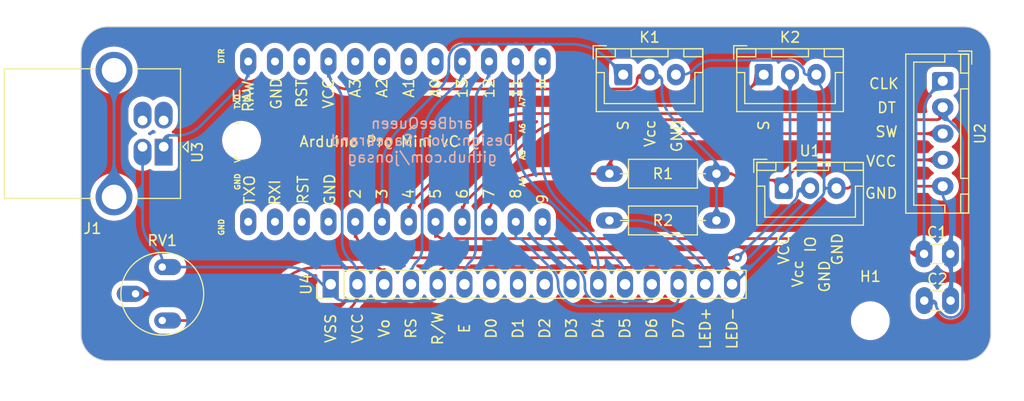
<source format=kicad_pcb>
(kicad_pcb (version 20240108) (generator "pcbnew") (generator_version "8.0")
  (layers (0 "F.Cu" signal) (31 "B.Cu" signal) (34 "B.Paste" user) (35 "F.Paste" user) (36 "B.SilkS" user "B.Silkscreen") (37 "F.SilkS" user "F.Silkscreen") (38 "B.Mask" user) (39 "F.Mask" user) (44 "Edge.Cuts" user))
  (net 0 "")
  (net 1 "Net-(C1-Pad1)")
  (net 2 "GND")
  (net 3 "Net-(C2-Pad1)")
  (net 4 "Net-(J1-Pad1)")
  (net 7 "unconnected-(J1-Pad5)")
  (net 8 "Net-(K1-Pad1)")
  (net 9 "VCC")
  (net 10 "Net-(K2-Pad1)")
  (net 11 "Net-(R1-Pad1)")
  (net 12 "Net-(R2-Pad1)")
  (net 13 "Net-(RV1-Pad2)")
  (net 18 "Net-(U1-Pad2)")
  (net 19 "Net-(U3-Pad11)")
  (net 20 "Net-(U3-Pad12)")
  (net 27 "Net-(U3-Pad21)")
  (net 28 "Net-(U3-Pad22)")
  (net 29 "Net-(U3-Pad23)")
  (net 30 "Net-(U3-Pad24)")
  (footprint "My_Misc:R_Axial_DIN0207_L6.3mm_D2.5mm_P10.16mm_Horizontal_larger_pads" (layer "F.Cu") (at 145.415 44.45)
    (property "Reference" "R1")
    (property "Value" "10k")
  )
  (footprint "My_Misc:C_Disc_D3.0mm_W1.6mm_P2.50mm_larg" (layer "F.Cu") (at 175.3 56.515)
    (property "Reference" "C2")
    (property "Value" "470n")
  )
  (footprint "My_Headers:5-pin JST Rotary Encoder" (layer "F.Cu") (at 177.055 35.64 -90)
    (property "Reference" "U2")
    (property "Value" "KY-040_Rotary_Encoder")
  )
  (footprint "MountingHole:MountingHole_3.2mm_M3" (layer "F.Cu") (at 170.18 58.42)
    (property "Reference" "H1")
    (property "Value" "MountingHole")
  )
  (footprint "My_Misc:C_Disc_D3.0mm_W1.6mm_P2.50mm_larg" (layer "F.Cu") (at 175.28 52.07)
    (property "Reference" "C1")
    (property "Value" "470n")
  )
  (footprint "My_Headers:3-pin JST DHT11, DHT22" (layer "F.Cu") (at 161.965 45.83)
    (property "Reference" "U1")
    (property "Value" "DHT22,CM2303")
  )
  (footprint "My_Headers:3-pin JST KY-019 relay" (layer "F.Cu") (at 146.725 35.035)
    (property "Reference" "K1")
    (property "Value" "KY-019_relay_module")
  )
  (footprint "My_Parts:LCD_HD44780_16x2_w_headers_no outlinelarge" (layer "F.Cu") (at 118.955 54.96)
    (property "Reference" "U4")
    (property "Value" "LCD_HD44780")
  )
  (footprint "My_Misc:Potentiometer_Bourns_3339P_Vertical_large" (layer "F.Cu") (at 102.9665 58.405)
    (property "Reference" "RV1")
    (property "Value" "10k")
  )
  (footprint "MountingHole:MountingHole_3.2mm_M3" (layer "F.Cu") (at 110.49 41.275)
    (property "Reference" "H2")
    (property "Value" "MountingHole")
  )
  (footprint "My_Arduino:Arduino_Pro_Mini_vC_only_sides_larger_pads" (layer "F.Cu") (at 111.125 49.022 90)
    (property "Reference" "U3")
    (property "Value" "Arduino_Mini_Pro")
  )
  (footprint "My_Misc:USB_B_OST_USB-B1HSxx_Horizontal_large" (layer "F.Cu") (at 103.0975 41.89 180)
    (property "Reference" "J1")
    (property "Value" "Power In")
  )
  (footprint "My_Headers:3-pin JST KY-019 relay" (layer "F.Cu") (at 160.06 35.035)
    (property "Reference" "K2")
    (property "Value" "KY-019_relay_module")
  )
  (footprint "My_Misc:R_Axial_DIN0207_L6.3mm_D2.5mm_P10.16mm_Horizontal_larger_pads" (layer "F.Cu") (at 145.415 48.895)
    (property "Reference" "R2")
    (property "Value" "220R")
  )
  (gr_line (start 181.61 33.02) (end 181.61 59.69) (stroke (width 0.1)) (layer "Edge.Cuts"))
  (gr_line (start 97.79 30.48) (end 179.07 30.48) (stroke (width 0.1)) (layer "Edge.Cuts"))
  (gr_arc (start 95.25 33.02) (mid 95.993949 31.223949) (end 97.79 30.48) (stroke (width 0.1)) (layer "Edge.Cuts"))
  (gr_arc (start 181.61 59.69) (mid 180.866051 61.486051) (end 179.07 62.23) (stroke (width 0.1)) (layer "Edge.Cuts"))
  (gr_line (start 95.25 59.69) (end 95.25 33.02) (stroke (width 0.1)) (layer "Edge.Cuts"))
  (gr_line (start 179.07 62.23) (end 97.79 62.23) (stroke (width 0.1)) (layer "Edge.Cuts"))
  (gr_arc (start 179.07 30.48) (mid 180.866051 31.223949) (end 181.61 33.02) (stroke (width 0.1)) (layer "Edge.Cuts"))
  (gr_arc (start 97.79 62.23) (mid 95.993949 61.486051) (end 95.25 59.69) (stroke (width 0.1)) (layer "Edge.Cuts"))
  (gr_text "ardBeeQueen\nDesign: Jon Sagebrand\ngithub.com/jonsag" (at 127.635 41.275 0) (layer "B.SilkS") (effects (font (size 1 1)) (justify mirror)))
  (segment (start 128.905 49.81965) (end 128.905 49.022) (width 0.25) (layer "F.Cu") (net 1))
  (segment (start 173.42835 51.34365) (end 173.756846 51.672146) (width 0.25) (layer "F.Cu") (net 1))
  (segment (start 174.71735 52.07) (end 175.28 52.07) (width 0.25) (layer "F.Cu") (net 1))
  (segment (start 171.674785 50.6173) (end 129.70265 50.6173) (width 0.25) (layer "F.Cu") (net 1))
  (arc (start 173.42835 51.34365) (mid 172.623807 50.806072) (end 171.674785 50.6173) (width 0.25) (layer "F.Cu") (net 1))
  (arc (start 128.905 49.81965) (mid 129.138626 50.383673) (end 129.70265 50.6173) (width 0.25) (layer "F.Cu") (net 1))
  (arc (start 173.756846 51.672146) (mid 174.197529 51.966601) (end 174.71735 52.07) (width 0.25) (layer "F.Cu") (net 1))
  (segment (start 176.1675 36.5275) (end 177.055 35.64) (width 0.25) (layer "B.Cu") (net 1))
  (segment (start 175.28 38.670114) (end 175.28 52.07) (width 0.25) (layer "B.Cu") (net 1))
  (arc (start 176.1675 36.5275) (mid 175.510653 37.510539) (end 175.28 38.670114) (width 0.25) (layer "B.Cu") (net 1))
  (segment (start 168.005949 45.83) (end 166.965 45.83) (width 0.25) (layer "F.Cu") (net 2))
  (segment (start 129.115 54.16235) (end 129.115 54.96) (width 0.25) (layer "F.Cu") (net 2))
  (segment (start 157.055 54.16235) (end 157.055 54.96) (width 0.25) (layer "F.Cu") (net 2))
  (segment (start 129.91265 53.3647) (end 156.25735 53.3647) (width 0.25) (layer "F.Cu") (net 2))
  (segment (start 168.46465 45.64) (end 177.055 45.64) (width 0.25) (layer "F.Cu") (net 2))
  (arc (start 157.055 54.16235) (mid 156.821373 53.598326) (end 156.25735 53.3647) (width 0.25) (layer "F.Cu") (net 2))
  (arc (start 129.91265 53.3647) (mid 129.348626 53.598326) (end 129.115 54.16235) (width 0.25) (layer "F.Cu") (net 2))
  (arc (start 168.2353 45.735) (mid 168.130073 45.80531) (end 168.005949 45.83) (width 0.25) (layer "F.Cu") (net 2))
  (arc (start 168.46465 45.64) (mid 168.340526 45.664689) (end 168.2353 45.735) (width 0.25) (layer "F.Cu") (net 2))
  (segment (start 129.115 55.75765) (end 129.115 54.96) (width 0.25) (layer "B.Cu") (net 2))
  (segment (start 177.8 53.699442) (end 177.8 56.515) (width 0.25) (layer "B.Cu") (net 2))
  (segment (start 165.7897 46.10335) (end 165.7897 45.55665) (width 0.25) (layer "B.Cu") (net 2))
  (segment (start 165.7897 37.283771) (end 165.7897 45.55665) (width 0.25) (layer "B.Cu") (net 2))
  (segment (start 165.13105 35.69365) (end 164.680147 35.242747) (width 0.25) (layer "B.Cu") (net 2))
  (segment (start 120.316759 56.5553) (end 128.31735 56.5553) (width 0.25) (layer "B.Cu") (net 2))
  (segment (start 152.31265 35.035) (end 151.725 35.035) (width 0.25) (layer "B.Cu") (net 2))
  (segment (start 177.78 52.25925) (end 177.78 52.63775) (width 0.25) (layer "B.Cu") (net 2))
  (segment (start 153.315831 34.619468) (end 153.58125 34.35405) (width 0.25) (layer "B.Cu") (net 2))
  (segment (start 119.236994 56.039594) (end 118.673005 55.475605) (width 0.25) (layer "B.Cu") (net 2))
  (segment (start 164.1786 35.035) (end 164.1418 35.035) (width 0.25) (layer "B.Cu") (net 2))
  (segment (start 177.055 46.302647) (end 177.055 45.64) (width 0.25) (layer "B.Cu") (net 2))
  (segment (start 163.46085 34.09695) (end 163.702902 34.339002) (width 0.25) (layer "B.Cu") (net 2))
  (segment (start 177.78 48.052952) (end 177.78 51.88075) (width 0.25) (layer "B.Cu") (net 2))
  (segment (start 177.78 51.88075) (end 177.78 52.25925) (width 0.25) (layer "B.Cu") (net 2))
  (segment (start 101.0975 49.047117) (end 101.0975 41.89) (width 0.25) (layer "B.Cu") (net 2))
  (segment (start 166.06305 45.83) (end 166.965 45.83) (width 0.25) (layer "B.Cu") (net 2))
  (segment (start 118.955 55.3588) (end 118.955 54.96) (width 0.25) (layer "B.Cu") (net 2))
  (segment (start 114.802292 53.325) (end 103.51015 53.325) (width 0.25) (layer "B.Cu") (net 2))
  (segment (start 102.032 51.3032) (end 102.582081 51.853281) (width 0.25) (layer "B.Cu") (net 2))
  (segment (start 117.7387 54.5413) (end 118.673005 55.475605) (width 0.25) (layer "B.Cu") (net 2))
  (segment (start 164.1786 35.035) (end 164.7662 35.035) (width 0.25) (layer "B.Cu") (net 2))
  (segment (start 177.78 52.63775) (end 177.78 53.651157) (width 0.25) (layer "B.Cu") (net 2))
  (segment (start 162.437585 33.6731) (end 155.225208 33.6731) (width 0.25) (layer "B.Cu") (net 2))
  (segment (start 164.7662 35.035) (end 165.06 35.035) (width 0.25) (layer "B.Cu") (net 2))
  (segment (start 119.236994 56.039594) (end 119.35385 56.15645) (width 0.25) (layer "B.Cu") (net 2))
  (segment (start 157.259927 54.906472) (end 165.596412 46.569987) (width 0.25) (layer "B.Cu") (net 2))
  (segment (start 157.1307 54.96) (end 157.055 54.96) (width 0.25) (layer "B.Cu") (net 2))
  (arc (start 117.7387 54.5413) (mid 116.391464 53.641106) (end 114.802292 53.325) (width 0.25) (layer "B.Cu") (net 2))
  (arc (start 163.46085 34.09695) (mid 162.991372 33.783255) (end 162.437585 33.6731) (width 0.25) (layer "B.Cu") (net 2))
  (arc (start 177.79 53.6753) (mid 177.797401 53.686376) (end 177.8 53.699442) (width 0.25) (layer "B.Cu") (net 2))
  (arc (start 163.8847 34.7779) (mid 163.960002 34.959697) (end 164.1418 35.035) (width 0.25) (layer "B.Cu") (net 2))
  (arc (start 177.78 53.651157) (mid 177.782598 53.664223) (end 177.79 53.6753) (width 0.25) (layer "B.Cu") (net 2))
  (arc (start 101.0975 49.047117) (mid 101.340368 50.2681) (end 102.032 51.3032) (width 0.25) (layer "B.Cu") (net 2))
  (arc (start 102.9665 52.78135) (mid 103.125731 53.165768) (end 103.51015 53.325) (width 0.25) (layer "B.Cu") (net 2))
  (arc (start 157.259927 54.906472) (mid 157.200637 54.946088) (end 157.1307 54.96) (width 0.25) (layer "B.Cu") (net 2))
  (arc (start 177.055 46.302647) (mid 177.14921 46.776276) (end 177.4175 47.1778) (width 0.25) (layer "B.Cu") (net 2))
  (arc (start 164.7662 35.035) (mid 164.653767 35.110124) (end 164.680147 35.242747) (width 0.25) (layer "B.Cu") (net 2))
  (arc (start 165.7897 45.55665) (mid 165.869762 45.749937) (end 166.06305 45.83) (width 0.25) (layer "B.Cu") (net 2))
  (arc (start 119.35385 56.15645) (mid 119.795636 56.451642) (end 120.316759 56.5553) (width 0.25) (layer "B.Cu") (net 2))
  (arc (start 118.673005 55.475605) (mid 118.853026 55.511413) (end 118.955 55.3588) (width 0.25) (layer "B.Cu") (net 2))
  (arc (start 166.06305 45.83) (mid 165.869762 45.910062) (end 165.7897 46.10335) (width 0.25) (layer "B.Cu") (net 2))
  (arc (start 165.7897 46.10335) (mid 165.739466 46.355892) (end 165.596412 46.569987) (width 0.25) (layer "B.Cu") (net 2))
  (arc (start 163.702902 34.339002) (mid 163.837452 34.54037) (end 163.8847 34.7779) (width 0.25) (layer "B.Cu") (net 2))
  (arc (start 153.315831 34.619468) (mid 152.855567 34.927006) (end 152.31265 35.035) (width 0.25) (layer "B.Cu") (net 2))
  (arc (start 129.115 55.75765) (mid 128.881373 56.321673) (end 128.31735 56.5553) (width 0.25) (layer "B.Cu") (net 2))
  (arc (start 118.955 55.3588) (mid 119.028287 55.727243) (end 119.236994 56.039594) (width 0.25) (layer "B.Cu") (net 2))
  (arc (start 155.225208 33.6731) (mid 154.335504 33.850073) (end 153.58125 34.35405) (width 0.25) (layer "B.Cu") (net 2))
  (arc (start 165.13105 35.69365) (mid 165.618522 36.423203) (end 165.7897 37.283771) (width 0.25) (layer "B.Cu") (net 2))
  (arc (start 164.680147 35.242747) (mid 164.450035 35.088991) (end 164.1786 35.035) (width 0.25) (layer "B.Cu") (net 2))
  (arc (start 102.582081 51.853281) (mid 102.866592 52.279082) (end 102.9665 52.78135) (width 0.25) (layer "B.Cu") (net 2))
  (arc (start 177.4175 47.1778) (mid 177.685789 47.579323) (end 177.78 48.052952) (width 0.25) (layer "B.Cu") (net 2))
  (segment (start 141.810363 39.3153) (end 176.46735 39.3153) (width 0.25) (layer "F.Cu") (net 3))
  (segment (start 131.445 48.22435) (end 131.445 49.022) (width 0.25) (layer "F.Cu") (net 3))
  (segment (start 177.055 38.72765) (end 177.055 38.14) (width 0.25) (layer "F.Cu") (net 3))
  (segment (start 132.009023 46.862676) (end 137.962607 40.909092) (width 0.25) (layer "F.Cu") (net 3))
  (arc (start 132.009023 46.862676) (mid 131.591584 47.487417) (end 131.445 48.22435) (width 0.25) (layer "F.Cu") (net 3))
  (arc (start 141.810363 39.3153) (mid 139.727972 39.729513) (end 137.962607 40.909092) (width 0.25) (layer "F.Cu") (net 3))
  (arc (start 177.055 38.72765) (mid 176.882881 39.143181) (end 176.46735 39.3153) (width 0.25) (layer "F.Cu") (net 3))
  (segment (start 176.98966 57.78266) (end 176.673954 57.466954) (width 0.25) (layer "B.Cu") (net 3))
  (segment (start 178.9364 41.649256) (end 178.9364 57.011951) (width 0.25) (layer "B.Cu") (net 3))
  (segment (start 177.055 39.0582) (end 177.055 38.14) (width 0.25) (layer "B.Cu") (net 3))
  (segment (start 177.826951 58.1214) (end 177.80745 58.1214) (width 0.25) (layer "B.Cu") (net 3))
  (segment (start 178.2528 39.9989) (end 177.750997 39.497097) (width 0.25) (layer "B.Cu") (net 3))
  (segment (start 176.07365 56.515) (end 175.3 56.515) (width 0.25) (layer "B.Cu") (net 3))
  (arc (start 176.4253 56.86665) (mid 176.489923 57.191532) (end 176.673954 57.466954) (width 0.25) (layer "B.Cu") (net 3))
  (arc (start 177.055 39.0582) (mid 177.130302 39.239997) (end 177.3121 39.3153) (width 0.25) (layer "B.Cu") (net 3))
  (arc (start 178.2528 39.9989) (mid 178.758738 40.756089) (end 178.9364 41.649256) (width 0.25) (layer "B.Cu") (net 3))
  (arc (start 178.61145 57.79645) (mid 178.251518 58.036948) (end 177.826951 58.1214) (width 0.25) (layer "B.Cu") (net 3))
  (arc (start 176.4253 56.86665) (mid 176.322304 56.617995) (end 176.07365 56.515) (width 0.25) (layer "B.Cu") (net 3))
  (arc (start 176.98966 57.78266) (mid 177.364865 58.033364) (end 177.80745 58.1214) (width 0.25) (layer "B.Cu") (net 3))
  (arc (start 178.9364 57.011951) (mid 178.851948 57.436518) (end 178.61145 57.79645) (width 0.25) (layer "B.Cu") (net 3))
  (arc (start 177.750997 39.497097) (mid 177.549629 39.362547) (end 177.3121 39.3153) (width 0.25) (layer "B.Cu") (net 3))
  (segment (start 104.39855 40.8027) (end 103.64115 40.8027) (width 0.25) (layer "B.Cu") (net 4))
  (segment (start 111.125 34.57965) (end 111.125 33.782) (width 0.25) (layer "B.Cu") (net 4))
  (segment (start 106.619581 39.882718) (end 110.560976 35.941323) (width 0.25) (layer "B.Cu") (net 4))
  (segment (start 103.0975 41.34635) (end 103.0975 41.89) (width 0.25) (layer "B.Cu") (net 4))
  (arc (start 111.125 34.57965) (mid 110.978414 35.316582) (end 110.560976 35.941323) (width 0.25) (layer "B.Cu") (net 4))
  (arc (start 103.64115 40.8027) (mid 103.256731 40.961931) (end 103.0975 41.34635) (width 0.25) (layer "B.Cu") (net 4))
  (arc (start 106.619581 39.882718) (mid 105.600563 40.563604) (end 104.39855 40.8027) (width 0.25) (layer "B.Cu") (net 4))
  (segment (start 98.3875 46.66) (end 98.3875 34.62) (width 0.25) (layer "B.Cu") (net 7))
  (segment (start 129.285848 36.398551) (end 125.418792 40.265607) (width 0.25) (layer "B.Cu") (net 8))
  (segment (start 131.631503 32.1413) (end 141.785145 32.1413) (width 0.25) (layer "B.Cu") (net 8))
  (segment (start 123.825 44.113363) (end 123.825 49.022) (width 0.25) (layer "B.Cu") (net 8))
  (segment (start 130.175 33.597803) (end 130.175 34.25195) (width 0.25) (layer "B.Cu") (net 8))
  (segment (start 145.27815 33.58815) (end 146.725 35.035) (width 0.25) (layer "B.Cu") (net 8))
  (arc (start 130.175 34.25195) (mid 129.943916 35.413682) (end 129.285848 36.398551) (width 0.25) (layer "B.Cu") (net 8))
  (arc (start 145.27815 33.58815) (mid 143.675545 32.517324) (end 141.785145 32.1413) (width 0.25) (layer "B.Cu") (net 8))
  (arc (start 130.6016 32.5679) (mid 130.285869 33.040423) (end 130.175 33.597803) (width 0.25) (layer "B.Cu") (net 8))
  (arc (start 125.418792 40.265607) (mid 124.239213 42.030972) (end 123.825 44.113363) (width 0.25) (layer "B.Cu") (net 8))
  (arc (start 131.631503 32.1413) (mid 131.074123 32.252169) (end 130.6016 32.5679) (width 0.25) (layer "B.Cu") (net 8))
  (segment (start 118.337364 58.405) (end 102.9665 58.405) (width 0.25) (layer "F.Cu") (net 9))
  (segment (start 162.922499 44.097499) (end 162.239003 44.780996) (width 0.25) (layer "F.Cu") (net 9))
  (segment (start 118.745 34.654283) (end 118.745 33.782) (width 0.25) (layer "F.Cu") (net 9))
  (segment (start 161.5775 45.055) (end 158.203099 45.055) (width 0.25) (layer "F.Cu") (net 9))
  (segment (start 120.570149 57.480149) (end 120.930976 57.119323) (width 0.25) (layer "F.Cu") (net 9))
  (segment (start 156.7425 44.45) (end 155.575 44.45) (width 0.25) (layer "F.Cu") (net 9))
  (segment (start 120.490516 36.3998) (end 147.224655 36.3998) (width 0.25) (layer "F.Cu") (net 9))
  (segment (start 148.49045 35.035) (end 149.225 35.035) (width 0.25) (layer "F.Cu") (net 9))
  (segment (start 148.0497 35.574755) (end 148.0497 35.47575) (width 0.25) (layer "F.Cu") (net 9))
  (segment (start 161.965 45.4425) (end 161.965 45.83) (width 0.25) (layer "F.Cu") (net 9))
  (segment (start 121.495 55.75765) (end 121.495 54.96) (width 0.25) (layer "F.Cu") (net 9))
  (segment (start 165.234109 43.14) (end 177.055 43.14) (width 0.25) (layer "F.Cu") (net 9))
  (arc (start 147.80805 36.15815) (mid 147.540386 36.336997) (end 147.224655 36.3998) (width 0.25) (layer "F.Cu") (net 9))
  (arc (start 121.495 55.75765) (mid 121.348414 56.494582) (end 120.930976 57.119323) (width 0.25) (layer "F.Cu") (net 9))
  (arc (start 120.570149 57.480149) (mid 119.545738 58.164639) (end 118.337364 58.405) (width 0.25) (layer "F.Cu") (net 9))
  (arc (start 148.49045 35.035) (mid 148.178792 35.164092) (end 148.0497 35.47575) (width 0.25) (layer "F.Cu") (net 9))
  (arc (start 157.4728 44.7525) (mid 157.137735 44.528617) (end 156.7425 44.45) (width 0.25) (layer "F.Cu") (net 9))
  (arc (start 161.965 45.4425) (mid 161.851503 45.168496) (end 161.5775 45.055) (width 0.25) (layer "F.Cu") (net 9))
  (arc (start 162.239003 44.780996) (mid 162.036211 45.084496) (end 161.965 45.4425) (width 0.25) (layer "F.Cu") (net 9))
  (arc (start 165.234109 43.14) (mid 163.983075 43.388845) (end 162.922499 44.097499) (width 0.25) (layer "F.Cu") (net 9))
  (arc (start 157.4728 44.7525) (mid 157.807864 44.976382) (end 158.203099 45.055) (width 0.25) (layer "F.Cu") (net 9))
  (arc (start 118.745 34.654283) (mid 118.877869 35.322263) (end 119.25625 35.88855) (width 0.25) (layer "F.Cu") (net 9))
  (arc (start 119.25625 35.88855) (mid 119.822536 36.26693) (end 120.490516 36.3998) (width 0.25) (layer "F.Cu") (net 9))
  (arc (start 148.0497 35.574755) (mid 147.986897 35.890486) (end 147.80805 36.15815) (width 0.25) (layer "F.Cu") (net 9))
  (arc (start 161.5775 45.055) (mid 161.935503 44.983788) (end 162.239003 44.780996) (width 0.25) (layer "F.Cu") (net 9))
  (segment (start 162.2625 45.5325) (end 161.965 45.83) (width 0.25) (layer "B.Cu") (net 9))
  (segment (start 155.575 44.72185) (end 155.575 48.895) (width 0.25) (layer "B.Cu") (net 9))
  (segment (start 119.309023 35.941323) (end 119.3937 36.026) (width 0.25) (layer "B.Cu") (net 9))
  (segment (start 120.7687 52.6384) (end 120.930976 52.800676) (width 0.25) (layer "B.Cu") (net 9))
  (segment (start 155.382808 43.170508) (end 151.515053 39.302753) (width 0.25) (layer "B.Cu") (net 9))
  (segment (start 162.56 44.814271) (end 162.56 35.035) (width 0.25) (layer "B.Cu") (net 9))
  (segment (start 118.745 34.57965) (end 118.745 33.782) (width 0.25) (layer "B.Cu") (net 9))
  (segment (start 150.4003 36.6115) (end 150.4003 35.62265) (width 0.25) (layer "B.Cu") (net 9))
  (segment (start 121.495 54.16235) (end 121.495 54.96) (width 0.25) (layer "B.Cu") (net 9))
  (segment (start 155.575 44.1781) (end 155.575 44.17815) (width 0.25) (layer "B.Cu") (net 9))
  (segment (start 155.575 43.6345) (end 155.575 44.1781) (width 0.25) (layer "B.Cu") (net 9))
  (segment (start 155.575 44.17815) (end 155.575 44.72185) (width 0.25) (layer "B.Cu") (net 9))
  (segment (start 149.81265 35.035) (end 149.225 35.035) (width 0.25) (layer "B.Cu") (net 9))
  (segment (start 120.0424 50.884956) (end 120.0424 37.5921) (width 0.25) (layer "B.Cu") (net 9))
  (arc (start 155.382808 43.170508) (mid 155.52505 43.383389) (end 155.575 43.6345) (width 0.25) (layer "B.Cu") (net 9))
  (arc (start 119.3937 36.026) (mid 119.873808 36.744532) (end 120.0424 37.5921) (width 0.25) (layer "B.Cu") (net 9))
  (arc (start 120.930976 52.800676) (mid 121.348414 53.425417) (end 121.495 54.16235) (width 0.25) (layer "B.Cu") (net 9))
  (arc (start 118.745 34.57965) (mid 118.891584 35.316582) (end 119.309023 35.941323) (width 0.25) (layer "B.Cu") (net 9))
  (arc (start 162.56 44.814271) (mid 162.482682 45.202973) (end 162.2625 45.5325) (width 0.25) (layer "B.Cu") (net 9))
  (arc (start 150.4003 35.62265) (mid 150.228181 35.207118) (end 149.81265 35.035) (width 0.25) (layer "B.Cu") (net 9))
  (arc (start 120.0424 50.884956) (mid 120.231159 51.833913) (end 120.7687 52.6384) (width 0.25) (layer "B.Cu") (net 9))
  (arc (start 150.4003 36.6115) (mid 150.690014 38.067995) (end 151.515053 39.302753) (width 0.25) (layer "B.Cu") (net 9))
  (segment (start 157.955792 37.139207) (end 160.06 35.035) (width 0.25) (layer "F.Cu") (net 10))
  (segment (start 137.312663 38.733) (end 154.108036 38.733) (width 0.25) (layer "F.Cu") (net 10))
  (segment (start 126.365 48.22435) (end 126.365 49.022) (width 0.25) (layer "F.Cu") (net 10))
  (segment (start 133.464907 40.326792) (end 126.929023 46.862676) (width 0.25) (layer "F.Cu") (net 10))
  (arc (start 126.929023 46.862676) (mid 126.511584 47.487417) (end 126.365 48.22435) (width 0.25) (layer "F.Cu") (net 10))
  (arc (start 157.955792 37.139207) (mid 156.190426 38.318786) (end 154.108036 38.733) (width 0.25) (layer "F.Cu") (net 10))
  (arc (start 137.312663 38.733) (mid 135.230272 39.147213) (end 133.464907 40.326792) (width 0.25) (layer "F.Cu") (net 10))
  (segment (start 133.985 48.22435) (end 133.985 49.022) (width 0.25) (layer "F.Cu") (net 11))
  (segment (start 139.066544 44.45) (end 144.87135 44.45) (width 0.25) (layer "F.Cu") (net 11))
  (segment (start 135.473349 45.938349) (end 134.549023 46.862676) (width 0.25) (layer "F.Cu") (net 11))
  (segment (start 146.776349 42.001349) (end 145.799418 42.978281) (width 0.25) (layer "F.Cu") (net 11))
  (segment (start 150.062939 40.64) (end 177.055 40.64) (width 0.25) (layer "F.Cu") (net 11))
  (arc (start 139.066544 44.45) (mid 137.121921 44.836809) (end 135.473349 45.938349) (width 0.25) (layer "F.Cu") (net 11))
  (arc (start 150.062939 40.64) (mid 148.284249 40.993803) (end 146.776349 42.001349) (width 0.25) (layer "F.Cu") (net 11))
  (arc (start 145.415 43.90635) (mid 145.255768 44.290768) (end 144.87135 44.45) (width 0.25) (layer "F.Cu") (net 11))
  (arc (start 134.549023 46.862676) (mid 134.131584 47.487417) (end 133.985 48.22435) (width 0.25) (layer "F.Cu") (net 11))
  (arc (start 145.799418 42.978281) (mid 145.514906 43.404082) (end 145.415 43.90635) (width 0.25) (layer "F.Cu") (net 11))
  (segment (start 154.515 54.16235) (end 154.515 54.96) (width 0.25) (layer "B.Cu") (net 12))
  (segment (start 151.639092 50.488792) (end 153.950976 52.800676) (width 0.25) (layer "B.Cu") (net 12))
  (segment (start 147.791336 48.895) (end 145.415 48.895) (width 0.25) (layer "B.Cu") (net 12))
  (arc (start 151.639092 50.488792) (mid 149.873726 49.309213) (end 147.791336 48.895) (width 0.25) (layer "B.Cu") (net 12))
  (arc (start 153.950976 52.800676) (mid 154.368414 53.425417) (end 154.515 54.16235) (width 0.25) (layer "B.Cu") (net 12))
  (segment (start 124.035 54.16235) (end 124.035 54.96) (width 0.25) (layer "F.Cu") (net 13))
  (segment (start 117.502579 53.3647) (end 123.23735 53.3647) (width 0.25) (layer "F.Cu") (net 13))
  (segment (start 111.46632 55.865) (end 100.4265 55.865) (width 0.25) (layer "F.Cu") (net 13))
  (arc (start 117.502579 53.3647) (mid 115.869179 53.689603) (end 114.48445 54.61485) (width 0.25) (layer "F.Cu") (net 13))
  (arc (start 114.48445 54.61485) (mid 113.09972 55.540096) (end 111.46632 55.865) (width 0.25) (layer "F.Cu") (net 13))
  (arc (start 124.035 54.16235) (mid 123.801373 53.598326) (end 123.23735 53.3647) (width 0.25) (layer "F.Cu") (net 13))
  (segment (start 157.5636 52.4376) (end 124.392446 52.4376) (width 0.25) (layer "F.Cu") (net 18))
  (segment (start 121.849023 51.181323) (end 122.19515 51.52745) (width 0.25) (layer "F.Cu") (net 18))
  (segment (start 121.285 49.81965) (end 121.285 49.022) (width 0.25) (layer "F.Cu") (net 18))
  (via (at 157.5636 52.4376) (size 0.8) (drill 0.4) (layers "F.Cu" "B.Cu") (net 18))
  (arc (start 122.19515 51.52745) (mid 123.203278 52.201059) (end 124.392446 52.4376) (width 0.25) (layer "F.Cu") (net 18))
  (arc (start 121.285 49.81965) (mid 121.431584 50.556582) (end 121.849023 51.181323) (width 0.25) (layer "F.Cu") (net 18))
  (segment (start 163.73045 45.83) (end 164.465 45.83) (width 0.25) (layer "B.Cu") (net 18))
  (segment (start 162.978042 47.023157) (end 157.5636 52.4376) (width 0.25) (layer "B.Cu") (net 18))
  (arc (start 163.73045 45.83) (mid 163.418792 45.959092) (end 163.2897 46.27075) (width 0.25) (layer "B.Cu") (net 18))
  (arc (start 163.2897 46.27075) (mid 163.208702 46.677949) (end 162.978042 47.023157) (width 0.25) (layer "B.Cu") (net 18))
  (segment (start 141.1727 56.3948) (end 141.12069 56.34279) (width 0.25) (layer "B.Cu") (net 19))
  (segment (start 151.177439 57.0225) (end 142.688101 57.0225) (width 0.25) (layer "B.Cu") (net 19))
  (segment (start 151.975 56.224939) (end 151.975 54.96) (width 0.25) (layer "B.Cu") (net 19))
  (segment (start 139.969309 53.563109) (end 137.199746 50.793546) (width 0.25) (layer "B.Cu") (net 19))
  (segment (start 136.525 50.36805) (end 136.525 49.022) (width 0.25) (layer "B.Cu") (net 19))
  (arc (start 151.975 56.224939) (mid 151.914289 56.530152) (end 151.7414 56.7889) (width 0.25) (layer "B.Cu") (net 19))
  (arc (start 136.525 50.36805) (mid 136.598003 50.544296) (end 136.77425 50.6173) (width 0.25) (layer "B.Cu") (net 19))
  (arc (start 137.199746 50.793546) (mid 137.004526 50.663104) (end 136.77425 50.6173) (width 0.25) (layer "B.Cu") (net 19))
  (arc (start 140.545 54.95295) (mid 140.694616 55.705126) (end 141.12069 56.34279) (width 0.25) (layer "B.Cu") (net 19))
  (arc (start 139.969309 53.563109) (mid 140.395382 54.200773) (end 140.545 54.95295) (width 0.25) (layer "B.Cu") (net 19))
  (arc (start 141.1727 56.3948) (mid 141.867972 56.859366) (end 142.688101 57.0225) (width 0.25) (layer "B.Cu") (net 19))
  (arc (start 151.7414 56.7889) (mid 151.482652 56.961789) (end 151.177439 57.0225) (width 0.25) (layer "B.Cu") (net 19))
  (segment (start 148.63735 56.5553) (end 144.39674 56.5553) (width 0.25) (layer "B.Cu") (net 20))
  (segment (start 143.085 54.96285) (end 143.085 55.243559) (width 0.25) (layer "B.Cu") (net 20))
  (segment (start 149.435 55.75765) (end 149.435 54.96) (width 0.25) (layer "B.Cu") (net 20))
  (segment (start 139.065 50.36805) (end 139.065 49.022) (width 0.25) (layer "B.Cu") (net 20))
  (segment (start 139.739746 50.793546) (end 142.502308 53.556108) (width 0.25) (layer "B.Cu") (net 20))
  (arc (start 142.502308 53.556108) (mid 142.933563 54.201526) (end 143.085 54.96285) (width 0.25) (layer "B.Cu") (net 20))
  (arc (start 143.085 55.243559) (mid 143.18485 55.74554) (end 143.4692 56.1711) (width 0.25) (layer "B.Cu") (net 20))
  (arc (start 139.739746 50.793546) (mid 139.544526 50.663104) (end 139.31425 50.6173) (width 0.25) (layer "B.Cu") (net 20))
  (arc (start 149.435 55.75765) (mid 149.201373 56.321673) (end 148.63735 56.5553) (width 0.25) (layer "B.Cu") (net 20))
  (arc (start 143.4692 56.1711) (mid 143.894759 56.455449) (end 144.39674 56.5553) (width 0.25) (layer "B.Cu") (net 20))
  (arc (start 139.065 50.36805) (mid 139.138003 50.544296) (end 139.31425 50.6173) (width 0.25) (layer "B.Cu") (net 20))
  (segment (start 126.575 54.114162) (end 126.575 54.96) (width 0.25) (layer "B.Cu") (net 27))
  (segment (start 130.880976 35.941323) (end 129.228692 37.593607) (width 0.25) (layer "B.Cu") (net 27))
  (segment (start 127.6349 41.441363) (end 127.6349 51.555337) (width 0.25) (layer "B.Cu") (net 27))
  (segment (start 131.445 34.57965) (end 131.445 33.782) (width 0.25) (layer "B.Cu") (net 27))
  (arc (start 131.445 34.57965) (mid 131.298414 35.316582) (end 130.880976 35.941323) (width 0.25) (layer "B.Cu") (net 27))
  (arc (start 127.10495 52.83475) (mid 126.712729 53.421749) (end 126.575 54.114162) (width 0.25) (layer "B.Cu") (net 27))
  (arc (start 127.6349 51.555337) (mid 127.49717 52.24775) (end 127.10495 52.83475) (width 0.25) (layer "B.Cu") (net 27))
  (arc (start 129.228692 37.593607) (mid 128.049113 39.358972) (end 127.6349 41.441363) (width 0.25) (layer "B.Cu") (net 27))
  (segment (start 132.7149 51.555337) (end 132.7149 37.545496) (width 0.25) (layer "B.Cu") (net 28))
  (segment (start 133.985 34.57965) (end 133.985 33.782) (width 0.25) (layer "B.Cu") (net 28))
  (segment (start 131.655 54.114162) (end 131.655 54.96) (width 0.25) (layer "B.Cu") (net 28))
  (segment (start 133.349949 36.012349) (end 133.420976 35.941323) (width 0.25) (layer "B.Cu") (net 28))
  (arc (start 133.985 34.57965) (mid 133.838414 35.316582) (end 133.420976 35.941323) (width 0.25) (layer "B.Cu") (net 28))
  (arc (start 132.7149 51.555337) (mid 132.57717 52.24775) (end 132.18495 52.83475) (width 0.25) (layer "B.Cu") (net 28))
  (arc (start 132.18495 52.83475) (mid 131.792729 53.421749) (end 131.655 54.114162) (width 0.25) (layer "B.Cu") (net 28))
  (arc (start 133.349949 36.012349) (mid 132.879943 36.715763) (end 132.7149 37.545496) (width 0.25) (layer "B.Cu") (net 28))
  (segment (start 136.525 41.554636) (end 136.525 33.782) (width 0.25) (layer "B.Cu") (net 29))
  (segment (start 143.180707 50.464307) (end 138.118792 45.402392) (width 0.25) (layer "B.Cu") (net 29))
  (segment (start 144.355 53.2993) (end 144.355 54.96) (width 0.25) (layer "B.Cu") (net 29))
  (arc (start 143.180707 50.464307) (mid 144.049811 51.765013) (end 144.355 53.2993) (width 0.25) (layer "B.Cu") (net 29))
  (arc (start 136.525 41.554636) (mid 136.939213 43.637026) (end 138.118792 45.402392) (width 0.25) (layer "B.Cu") (net 29))
  (segment (start 139.065 43.280736) (end 139.065 33.782) (width 0.25) (layer "B.Cu") (net 30))
  (segment (start 140.658792 47.128492) (end 146.330976 52.800676) (width 0.25) (layer "B.Cu") (net 30))
  (segment (start 146.895 54.16235) (end 146.895 54.96) (width 0.25) (layer "B.Cu") (net 30))
  (arc (start 139.065 43.280736) (mid 139.479213 45.363126) (end 140.658792 47.128492) (width 0.25) (layer "B.Cu") (net 30))
  (arc (start 146.330976 52.800676) (mid 146.748414 53.425417) (end 146.895 54.16235) (width 0.25) (layer "B.Cu") (net 30))
  (zone (net 9) (net_name "VCC") (layer "F.Cu") (priority 16962) (connect_pads yes (clearance 0)) (min_thickness 0.0254) (fill yes (thermal_gap 0.508) (thermal_bridge_width 0.508))
    (polygon (pts (xy 160.765 45.18) (xy 160.862323 45.189003) (xy 160.94018 45.214799) (xy 161.000679 45.255567) (xy 161.04593 45.309485) (xy 161.078041 45.374734) (xy 161.099121 45.449492) (xy 161.111279 45.531937) (xy 161.116623 45.620251) (xy 161.117262 45.71261) (xy 161.115306 45.807196) (xy 162.139924 46.217332) (xy 161.965 44.98) (xy 161.818796 44.9786) (xy 161.694285 44.9748) (xy 161.585517 44.969199) (xy 161.48654 44.9624) (xy 161.391402 44.955) (xy 161.294151 44.9476) (xy 161.188837 44.9408) (xy 161.069508 44.9352) (xy 160.930213 44.9314) (xy 160.765 44.93)))
  )
  (zone (net 9) (net_name "VCC") (layer "F.Cu") (priority 16962) (connect_pads yes (clearance 0)) (min_thickness 0.0254) (fill yes (thermal_gap 0.508) (thermal_bridge_width 0.508))
    (polygon (pts (xy 118.87 35.304) (xy 118.878887 35.124934) (xy 118.904093 34.977728) (xy 118.943431 34.85544) (xy 118.994713 34.751129) (xy 119.055754 34.657857) (xy 119.124366 34.568682) (xy 119.198364 34.476664) (xy 119.275559 34.374862) (xy 119.353767 34.256337) (xy 119.4308 34.114148) (xy 118.745 33.401) (xy 118.0592 34.114148) (xy 118.136232 34.256337) (xy 118.21444 34.374862) (xy 118.291635 34.476664) (xy 118.365633 34.568682) (xy 118.434245 34.657857) (xy 118.495286 34.751129) (xy 118.546568 34.85544) (xy 118.585906 34.977728) (xy 118.611112 35.124934) (xy 118.62 35.304)))
  )
  (zone (net 9) (net_name "VCC") (layer "F.Cu") (priority 16962) (connect_pads yes (clearance 0)) (min_thickness 0.0254) (fill yes (thermal_gap 0.508) (thermal_bridge_width 0.508))
    (polygon (pts (xy 162.555433 44.28779) (xy 162.404419 44.431795) (xy 162.270873 44.546318) (xy 162.1509 44.638256) (xy 162.040606 44.71451) (xy 161.936094 44.781976) (xy 161.833471 44.847555) (xy 161.728841 44.918144) (xy 161.618309 45.000642) (xy 161.49798 45.101948) (xy 161.36396 45.22896) (xy 161.926397 46.253243) (xy 162.760491 45.530512) (xy 162.709223 45.40381) (xy 162.657679 45.286705) (xy 162.609998 45.177274) (xy 162.570321 45.073592) (xy 162.542789 44.973738) (xy 162.531541 44.875788) (xy 162.540719 44.777819) (xy 162.574463 44.677908) (xy 162.636913 44.574132) (xy 162.73221 44.464567)))
  )
  (zone (net 3) (net_name "Net-(C2-Pad1)") (layer "F.Cu") (priority 16962) (connect_pads yes (clearance 0)) (min_thickness 0.0254) (fill yes (thermal_gap 0.508) (thermal_bridge_width 0.508))
    (polygon (pts (xy 176.5303 39.4403) (xy 176.62076 39.427691) (xy 176.688326 39.393468) (xy 176.738416 39.343035) (xy 176.77645 39.281794) (xy 176.807849 39.21515) (xy 176.838032 39.148505) (xy 176.872418 39.087264) (xy 176.916429 39.036831) (xy 176.975482 39.002608) (xy 177.055 38.99) (xy 177.055 37.715) (xy 176.29 38.510506) (xy 176.34017 38.599139) (xy 176.402867 38.691188) (xy 176.471215 38.783651) (xy 176.538338 38.873525) (xy 176.597359 38.957809) (xy 176.641404 39.0335) (xy 176.663596 39.097597) (xy 176.65706 39.147097) (xy 176.61492 39.178999) (xy 176.5303 39.1903)))
  )
  (zone (net 11) (net_name "Net-(R1-Pad1)") (layer "F.Cu") (priority 16962) (connect_pads yes (clearance 0)) (min_thickness 0.0254) (fill yes (thermal_gap 0.508) (thermal_bridge_width 0.508))
    (polygon (pts (xy 133.86 47.5) (xy 133.851112 47.679065) (xy 133.825906 47.826271) (xy 133.786568 47.948559) (xy 133.735286 48.05287) (xy 133.674245 48.146142) (xy 133.605633 48.235317) (xy 133.531635 48.327335) (xy 133.45444 48.429137) (xy 133.376232 48.547662) (xy 133.2992 48.689852) (xy 133.985 49.403) (xy 134.6708 48.689852) (xy 134.593767 48.547662) (xy 134.515559 48.429137) (xy 134.438364 48.327335) (xy 134.364366 48.235317) (xy 134.295754 48.146142) (xy 134.234713 48.05287) (xy 134.183431 47.948559) (xy 134.144093 47.826271) (xy 134.118887 47.679065) (xy 134.11 47.5)))
  )
  (zone (net 11) (net_name "Net-(R1-Pad1)") (layer "F.Cu") (priority 16962) (connect_pads yes (clearance 0)) (min_thickness 0.0254) (fill yes (thermal_gap 0.508) (thermal_bridge_width 0.508))
    (polygon (pts (xy 175.365 40.765) (xy 175.564398 40.775302) (xy 175.727872 40.804473) (xy 175.863273 40.849914) (xy 175.978451 40.909021) (xy 176.081258 40.979195) (xy 176.179544 41.057832) (xy 176.281159 41.142333) (xy 176.393956 41.230095) (xy 176.525783 41.318518) (xy 176.684494 41.405) (xy 177.48 40.64) (xy 176.684494 39.875) (xy 176.525783 39.961481) (xy 176.393956 40.049904) (xy 176.281159 40.137666) (xy 176.179544 40.222167) (xy 176.081258 40.300804) (xy 175.978451 40.370978) (xy 175.863273 40.430085) (xy 175.727872 40.475526) (xy 175.564398 40.504697) (xy 175.365 40.515)))
  )
  (zone (net 9) (net_name "VCC") (layer "F.Cu") (priority 16962) (connect_pads yes (clearance 0)) (min_thickness 0.0254) (fill yes (thermal_gap 0.508) (thermal_bridge_width 0.508))
    (polygon (pts (xy 104.4885 58.28) (xy 104.309434 58.271112) (xy 104.162228 58.245906) (xy 104.03994 58.206568) (xy 103.935629 58.155286) (xy 103.842357 58.094245) (xy 103.753182 58.025633) (xy 103.661164 57.951635) (xy 103.559362 57.87444) (xy 103.440837 57.796232) (xy 103.298648 57.7192) (xy 102.5855 58.405) (xy 103.298648 59.0908) (xy 103.440837 59.013767) (xy 103.559362 58.935559) (xy 103.661164 58.858364) (xy 103.753182 58.784366) (xy 103.842357 58.715754) (xy 103.935629 58.654713) (xy 104.03994 58.603431) (xy 104.162228 58.564093) (xy 104.309434 58.538887) (xy 104.4885 58.53)))
  )
  (zone (net 9) (net_name "VCC") (layer "F.Cu") (priority 16962) (connect_pads yes (clearance 0)) (min_thickness 0.0254) (fill yes (thermal_gap 0.508) (thermal_bridge_width 0.508))
    (polygon (pts (xy 157.097 44.325) (xy 156.917934 44.316112) (xy 156.770728 44.290906) (xy 156.64844 44.251568) (xy 156.544129 44.200286) (xy 156.450857 44.139245) (xy 156.361682 44.070633) (xy 156.269664 43.996635) (xy 156.167862 43.91944) (xy 156.049337 43.841232) (xy 155.907148 43.7642) (xy 155.194 44.45) (xy 155.907148 45.1358) (xy 156.049337 45.058767) (xy 156.167862 44.980559) (xy 156.269664 44.903364) (xy 156.361682 44.829366) (xy 156.450857 44.760754) (xy 156.544129 44.699713) (xy 156.64844 44.648431) (xy 156.770728 44.609093) (xy 156.917934 44.583887) (xy 157.097 44.575)))
  )
  (zone (net 13) (net_name "Net-(RV1-Pad2)") (layer "F.Cu") (priority 16962) (connect_pads yes (clearance 0)) (min_thickness 0.0254) (fill yes (thermal_gap 0.508) (thermal_bridge_width 0.508))
    (polygon (pts (xy 101.9485 55.74) (xy 101.769434 55.731112) (xy 101.622228 55.705906) (xy 101.49994 55.666568) (xy 101.395629 55.615286) (xy 101.302357 55.554245) (xy 101.213182 55.485633) (xy 101.121164 55.411635) (xy 101.019362 55.33444) (xy 100.900837 55.256232) (xy 100.758648 55.1792) (xy 100.0455 55.865) (xy 100.758648 56.5508) (xy 100.900837 56.473767) (xy 101.019362 56.395559) (xy 101.121164 56.318364) (xy 101.213182 56.244366) (xy 101.302357 56.175754) (xy 101.395629 56.114713) (xy 101.49994 56.063431) (xy 101.622228 56.024093) (xy 101.769434 55.998887) (xy 101.9485 55.99)))
  )
  (zone (net 9) (net_name "VCC") (layer "F.Cu") (priority 16962) (connect_pads yes (clearance 0)) (min_thickness 0.0254) (fill yes (thermal_gap 0.508) (thermal_bridge_width 0.508))
    (polygon (pts (xy 121.62 56.482) (xy 121.628887 56.302934) (xy 121.654093 56.155728) (xy 121.693431 56.03344) (xy 121.744713 55.929129) (xy 121.805754 55.835857) (xy 121.874366 55.746682) (xy 121.948364 55.654664) (xy 122.025559 55.552862) (xy 122.103767 55.434337) (xy 122.1808 55.292148) (xy 121.495 54.579) (xy 120.8092 55.292148) (xy 120.886232 55.434337) (xy 120.96444 55.552862) (xy 121.041635 55.654664) (xy 121.115633 55.746682) (xy 121.184245 55.835857) (xy 121.245286 55.929129) (xy 121.296568 56.03344) (xy 121.335906 56.155728) (xy 121.361112 56.302934) (xy 121.37 56.482)))
  )
  (zone (net 1) (net_name "Net-(C1-Pad1)") (layer "F.Cu") (priority 16962) (connect_pads yes (clearance 0)) (min_thickness 0.0254) (fill yes (thermal_gap 0.508) (thermal_bridge_width 0.508))
    (polygon (pts (xy 129.03 50.544) (xy 129.038887 50.364934) (xy 129.064093 50.217728) (xy 129.103431 50.09544) (xy 129.154713 49.991129) (xy 129.215754 49.897857) (xy 129.284366 49.808682) (xy 129.358364 49.716664) (xy 129.435559 49.614862) (xy 129.513767 49.496337) (xy 129.5908 49.354148) (xy 128.905 48.641) (xy 128.2192 49.354148) (xy 128.296232 49.496337) (xy 128.37444 49.614862) (xy 128.451635 49.716664) (xy 128.525633 49.808682) (xy 128.594245 49.897857) (xy 128.655286 49.991129) (xy 128.706568 50.09544) (xy 128.745906 50.217728) (xy 128.771112 50.364934) (xy 128.78 50.544)))
  )
  (zone (net 18) (net_name "Net-(U1-Pad2)") (layer "F.Cu") (priority 16962) (connect_pads yes (clearance 0)) (min_thickness 0.0254) (fill yes (thermal_gap 0.508) (thermal_bridge_width 0.508))
    (polygon (pts (xy 121.41 50.544) (xy 121.418887 50.364934) (xy 121.444093 50.217728) (xy 121.483431 50.09544) (xy 121.534713 49.991129) (xy 121.595754 49.897857) (xy 121.664366 49.808682) (xy 121.738364 49.716664) (xy 121.815559 49.614862) (xy 121.893767 49.496337) (xy 121.9708 49.354148) (xy 121.285 48.641) (xy 120.5992 49.354148) (xy 120.676232 49.496337) (xy 120.75444 49.614862) (xy 120.831635 49.716664) (xy 120.905633 49.808682) (xy 120.974245 49.897857) (xy 121.035286 49.991129) (xy 121.086568 50.09544) (xy 121.125906 50.217728) (xy 121.151112 50.364934) (xy 121.16 50.544)))
  )
  (zone (net 11) (net_name "Net-(R1-Pad1)") (layer "F.Cu") (priority 16962) (connect_pads yes (clearance 0)) (min_thickness 0.0254) (fill yes (thermal_gap 0.508) (thermal_bridge_width 0.508))
    (polygon (pts (xy 143.893 44.575) (xy 144.072065 44.583887) (xy 144.219271 44.609093) (xy 144.341559 44.648431) (xy 144.44587 44.699713) (xy 144.539142 44.760754) (xy 144.628317 44.829366) (xy 144.720335 44.903364) (xy 144.822137 44.980559) (xy 144.940662 45.058767) (xy 145.082852 45.1358) (xy 145.796 44.45) (xy 145.082852 43.7642) (xy 144.940662 43.841232) (xy 144.822137 43.91944) (xy 144.720335 43.996635) (xy 144.628317 44.070633) (xy 144.539142 44.139245) (xy 144.44587 44.200286) (xy 144.341559 44.251568) (xy 144.219271 44.290906) (xy 144.072065 44.316112) (xy 143.893 44.325)))
  )
  (zone (net 18) (net_name "Net-(U1-Pad2)") (layer "F.Cu") (priority 16962) (connect_pads yes (clearance 0)) (min_thickness 0.0254) (fill yes (thermal_gap 0.508) (thermal_bridge_width 0.508))
    (polygon (pts (xy 156.7736 52.5626) (xy 156.864061 52.565866) (xy 156.939822 52.575258) (xy 157.003989 52.590164) (xy 157.059664 52.609974) (xy 157.109952 52.634076) (xy 157.157959 52.661861) (xy 157.206787 52.692716) (xy 157.259541 52.726032) (xy 157.319325 52.761196) (xy 157.389245 52.7976) (xy 157.7636 52.4376) (xy 157.389245 52.0776) (xy 157.319325 52.114003) (xy 157.259541 52.149167) (xy 157.206787 52.182483) (xy 157.157959 52.213338) (xy 157.109952 52.241123) (xy 157.059664 52.265225) (xy 157.003989 52.285035) (xy 156.939822 52.299941) (xy 156.864061 52.309333) (xy 156.7736 52.3126)))
  )
  (zone (net 10) (net_name "Net-(K2-Pad1)") (layer "F.Cu") (priority 16962) (connect_pads yes (clearance 0)) (min_thickness 0.0254) (fill yes (thermal_gap 0.508) (thermal_bridge_width 0.508))
    (polygon (pts (xy 126.24 47.5) (xy 126.231112 47.679065) (xy 126.205906 47.826271) (xy 126.166568 47.948559) (xy 126.115286 48.05287) (xy 126.054245 48.146142) (xy 125.985633 48.235317) (xy 125.911635 48.327335) (xy 125.83444 48.429137) (xy 125.756232 48.547662) (xy 125.6792 48.689852) (xy 126.365 49.403) (xy 127.0508 48.689852) (xy 126.973767 48.547662) (xy 126.895559 48.429137) (xy 126.818364 48.327335) (xy 126.744366 48.235317) (xy 126.675754 48.146142) (xy 126.614713 48.05287) (xy 126.563431 47.948559) (xy 126.524093 47.826271) (xy 126.498887 47.679065) (xy 126.49 47.5)))
  )
  (zone (net 3) (net_name "Net-(C2-Pad1)") (layer "F.Cu") (priority 16962) (connect_pads yes (clearance 0)) (min_thickness 0.0254) (fill yes (thermal_gap 0.508) (thermal_bridge_width 0.508))
    (polygon (pts (xy 131.32 47.5) (xy 131.311112 47.679065) (xy 131.285906 47.826271) (xy 131.246568 47.948559) (xy 131.195286 48.05287) (xy 131.134245 48.146142) (xy 131.065633 48.235317) (xy 130.991635 48.327335) (xy 130.91444 48.429137) (xy 130.836232 48.547662) (xy 130.7592 48.689852) (xy 131.445 49.403) (xy 132.1308 48.689852) (xy 132.053767 48.547662) (xy 131.975559 48.429137) (xy 131.898364 48.327335) (xy 131.824366 48.235317) (xy 131.755754 48.146142) (xy 131.694713 48.05287) (xy 131.643431 47.948559) (xy 131.604093 47.826271) (xy 131.578887 47.679065) (xy 131.57 47.5)))
  )
  (zone (net 9) (net_name "VCC") (layer "F.Cu") (priority 16962) (connect_pads yes (clearance 0)) (min_thickness 0.0254) (fill yes (thermal_gap 0.508) (thermal_bridge_width 0.508))
    (polygon (pts (xy 175.365 43.265) (xy 175.564398 43.275302) (xy 175.727872 43.304473) (xy 175.863273 43.349914) (xy 175.978451 43.409021) (xy 176.081258 43.479195) (xy 176.179544 43.557832) (xy 176.281159 43.642333) (xy 176.393956 43.730095) (xy 176.525783 43.818518) (xy 176.684494 43.905) (xy 177.48 43.14) (xy 176.684494 42.375) (xy 176.525783 42.461481) (xy 176.393956 42.549904) (xy 176.281159 42.637666) (xy 176.179544 42.722167) (xy 176.081258 42.800804) (xy 175.978451 42.870978) (xy 175.863273 42.930085) (xy 175.727872 42.975526) (xy 175.564398 43.004697) (xy 175.365 43.015)))
  )
  (zone (net 13) (net_name "Net-(RV1-Pad2)") (layer "F.Cu") (priority 16962) (connect_pads yes (clearance 0)) (min_thickness 0.0254) (fill yes (thermal_gap 0.508) (thermal_bridge_width 0.508))
    (polygon (pts (xy 123.91 53.438) (xy 123.901112 53.617065) (xy 123.875906 53.764271) (xy 123.836568 53.886559) (xy 123.785286 53.99087) (xy 123.724245 54.084142) (xy 123.655633 54.173317) (xy 123.581635 54.265335) (xy 123.50444 54.367137) (xy 123.426232 54.485662) (xy 123.3492 54.627852) (xy 124.035 55.341) (xy 124.7208 54.627852) (xy 124.643767 54.485662) (xy 124.565559 54.367137) (xy 124.488364 54.265335) (xy 124.414366 54.173317) (xy 124.345754 54.084142) (xy 124.284713 53.99087) (xy 124.233431 53.886559) (xy 124.194093 53.764271) (xy 124.168887 53.617065) (xy 124.16 53.438)))
  )
  (zone (net 1) (net_name "Net-(C1-Pad1)") (layer "F.Cu") (priority 16962) (connect_pads yes (clearance 0)) (min_thickness 0.0254) (fill yes (thermal_gap 0.508) (thermal_bridge_width 0.508))
    (polygon (pts (xy 173.730649 51.822725) (xy 173.85709 51.944386) (xy 173.968023 52.042345) (xy 174.066924 52.122128) (xy 174.157269 52.189257) (xy 174.242534 52.249257) (xy 174.326195 52.307653) (xy 174.411727 52.36997) (xy 174.502607 52.441731) (xy 174.602311 52.528461) (xy 174.714315 52.635685) (xy 175.68 52.07) (xy 174.931289 51.35) (xy 174.810064 51.418214) (xy 174.698641 51.495576) (xy 174.594914 51.575437) (xy 174.496778 51.651147) (xy 174.402126 51.716059) (xy 174.308852 51.763524) (xy 174.214851 51.786894) (xy 174.118016 51.779521) (xy 174.016243 51.734755) (xy 173.907425 51.645949)))
  )
  (zone (net 10) (net_name "Net-(K2-Pad1)") (layer "F.Cu") (priority 16962) (connect_pads yes (clearance 0)) (min_thickness 0.0254) (fill yes (thermal_gap 0.508) (thermal_bridge_width 0.508))
    (polygon (pts (xy 158.953379 36.318398) (xy 159.101659 36.184686) (xy 159.23788 36.089721) (xy 159.365754 36.026109) (xy 159.488993 35.986461) (xy 159.611308 35.963386) (xy 159.736411 35.949492) (xy 159.868015 35.93739) (xy 160.009832 35.919689) (xy 160.165572 35.888997) (xy 160.338949 35.837924) (xy 160.36052 34.73448) (xy 159.257076 34.756051) (xy 159.206002 34.929427) (xy 159.17531 35.085167) (xy 159.157609 35.226984) (xy 159.145507 35.358588) (xy 159.131613 35.483691) (xy 159.108538 35.606006) (xy 159.06889 35.729245) (xy 159.005278 35.857119) (xy 158.910313 35.99334) (xy 158.776602 36.141621)))
  )
  (zone (net 9) (net_name "VCC") (layer "F.Cu") (priority 16962) (connect_pads yes (clearance 0)) (min_thickness 0.0254) (fill yes (thermal_gap 0.508) (thermal_bridge_width 0.508))
    (polygon (pts (xy 148.1747 35.5597) (xy 148.186 35.475079) (xy 148.217902 35.432939) (xy 148.267402 35.426403) (xy 148.331499 35.448595) (xy 148.40719 35.49264) (xy 148.491474 35.551661) (xy 148.581348 35.618784) (xy 148.673811 35.687132) (xy 148.76586 35.749829) (xy 148.854494 35.8) (xy 149.65 35.035) (xy 148.375 35.035) (xy 148.362391 35.114517) (xy 148.328168 35.17357) (xy 148.277735 35.217581) (xy 148.216494 35.251967) (xy 148.14985 35.28215) (xy 148.083205 35.313549) (xy 148.021964 35.351583) (xy 147.971531 35.401673) (xy 147.937308 35.469239) (xy 147.9247 35.5597)))
  )
  (zone (net 11) (net_name "Net-(R1-Pad1)") (layer "F.Cu") (priority 16962) (connect_pads yes (clearance 0)) (min_thickness 0.0254) (fill yes (thermal_gap 0.508) (thermal_bridge_width 0.508))
    (polygon (pts (xy 145.641062 42.959862) (xy 145.525031 43.081113) (xy 145.432265 43.188049) (xy 145.357334 43.283861) (xy 145.29481 43.371742) (xy 145.239263 43.454883) (xy 145.185265 43.536475) (xy 145.127387 43.619709) (xy 145.060201 43.707778) (xy 144.978276 43.803873) (xy 144.876185 43.911185) (xy 145.415 44.831) (xy 146.1008 44.117852) (xy 146.035515 44.001816) (xy 145.961469 43.895112) (xy 145.885031 43.795733) (xy 145.812568 43.701673) (xy 145.750447 43.610925) (xy 145.705036 43.521482) (xy 145.682702 43.431339) (xy 145.689813 43.338488) (xy 145.732735 43.240923) (xy 145.817838 43.136638)))
  )
  (zone (net 2) (net_name "GND") (layers "F&B.Cu") (connect_pads (clearance 0.508)) (min_thickness 0.254) (fill yes (thermal_gap 0.508) (thermal_bridge_width 0.508))
    (polygon (pts (xy 183.515 64.77) (xy 93.98 64.77) (xy 93.98 29.21) (xy 183.515 29.21)))
  )
  (zone (net 0) (net_name "") (layers "F&B.Cu") (connect_pads (clearance 0.508)) (min_thickness 0.254) (fill yes (thermal_gap 0.508) (thermal_bridge_width 0.508))
    (polygon (pts (xy 184.785 66.04) (xy 92.71 66.04) (xy 92.71 27.94) (xy 184.785 27.94)))
  )
  (zone (net 30) (net_name "Net-(U3-Pad24)") (layer "B.Cu") (priority 16962) (connect_pads yes (clearance 0)) (min_thickness 0.0254) (fill yes (thermal_gap 0.508) (thermal_bridge_width 0.508))
    (polygon (pts (xy 146.77 53.438) (xy 146.761112 53.617065) (xy 146.735906 53.764271) (xy 146.696568 53.886559) (xy 146.645286 53.99087) (xy 146.584245 54.084142) (xy 146.515633 54.173317) (xy 146.441635 54.265335) (xy 146.36444 54.367137) (xy 146.286232 54.485662) (xy 146.2092 54.627852) (xy 146.895 55.341) (xy 147.5808 54.627852) (xy 147.503767 54.485662) (xy 147.425559 54.367137) (xy 147.348364 54.265335) (xy 147.274366 54.173317) (xy 147.205754 54.084142) (xy 147.144713 53.99087) (xy 147.093431 53.886559) (xy 147.054093 53.764271) (xy 147.028887 53.617065) (xy 147.02 53.438)))
  )
  (zone (net 1) (net_name "Net-(C1-Pad1)") (layer "B.Cu") (priority 16962) (connect_pads yes (clearance 0)) (min_thickness 0.0254) (fill yes (thermal_gap 0.508) (thermal_bridge_width 0.508))
    (polygon (pts (xy 175.155 50.48) (xy 175.14548 50.667261) (xy 175.118507 50.820968) (xy 175.076461 50.948444) (xy 175.021721 51.057008) (xy 174.956668 51.153984) (xy 174.883682 51.246693) (xy 174.805142 51.342456) (xy 174.723428 51.448595) (xy 174.640921 51.572432) (xy 174.56 51.721289) (xy 175.28 52.47) (xy 176 51.721289) (xy 175.919078 51.572432) (xy 175.836571 51.448595) (xy 175.754857 51.342456) (xy 175.676317 51.246693) (xy 175.603331 51.153984) (xy 175.538278 51.057008) (xy 175.483538 50.948444) (xy 175.441492 50.820968) (xy 175.414519 50.667261) (xy 175.405 50.48)))
  )
  (zone (net 18) (net_name "Net-(U1-Pad2)") (layer "B.Cu") (priority 16962) (connect_pads yes (clearance 0)) (min_thickness 0.0254) (fill yes (thermal_gap 0.508) (thermal_bridge_width 0.508))
    (polygon (pts (xy 158.033825 51.790598) (xy 157.967549 51.852253) (xy 157.907337 51.899184) (xy 157.851424 51.934016) (xy 157.798049 51.959377) (xy 157.745446 51.977893) (xy 157.691854 51.992192) (xy 157.63551 52.0049) (xy 157.57465 52.018646) (xy 157.507511 52.036054) (xy 157.43233 52.059754) (xy 157.422179 52.579021) (xy 157.941446 52.56887) (xy 157.965145 52.493688) (xy 157.982553 52.426549) (xy 157.996299 52.365689) (xy 158.009007 52.309345) (xy 158.023306 52.255753) (xy 158.041822 52.20315) (xy 158.067183 52.149775) (xy 158.102015 52.093862) (xy 158.148946 52.03365) (xy 158.210602 51.967375)))
  )
  (zone (net 9) (net_name "VCC") (layer "B.Cu") (priority 16962) (connect_pads yes (clearance 0)) (min_thickness 0.0254) (fill yes (thermal_gap 0.508) (thermal_bridge_width 0.508))
    (polygon (pts (xy 155.176617 43.141093) (xy 155.261318 43.245025) (xy 155.303711 43.342183) (xy 155.310207 43.434586) (xy 155.287219 43.524252) (xy 155.241159 43.613201) (xy 155.178439 43.703451) (xy 155.105471 43.797022) (xy 155.028667 43.895933) (xy 154.954439 44.002203) (xy 154.8892 44.117852) (xy 155.575 44.831) (xy 156.113815 43.911185) (xy 156.012262 43.804411) (xy 155.930798 43.708777) (xy 155.864015 43.621113) (xy 155.806506 43.538247) (xy 155.752864 43.457011) (xy 155.697681 43.374234) (xy 155.63555 43.286746) (xy 155.561063 43.191377) (xy 155.468813 43.084957) (xy 155.353393 42.964317)))
  )
  (zone (net 8) (net_name "Net-(K1-Pad1)") (layer "B.Cu") (priority 16962) (connect_pads yes (clearance 0)) (min_thickness 0.0254) (fill yes (thermal_gap 0.508) (thermal_bridge_width 0.508))
    (polygon (pts (xy 123.7 47.5) (xy 123.691112 47.679065) (xy 123.665906 47.826271) (xy 123.626568 47.948559) (xy 123.575286 48.05287) (xy 123.514245 48.146142) (xy 123.445633 48.235317) (xy 123.371635 48.327335) (xy 123.29444 48.429137) (xy 123.216232 48.547662) (xy 123.1392 48.689852) (xy 123.825 49.403) (xy 124.5108 48.689852) (xy 124.433767 48.547662) (xy 124.355559 48.429137) (xy 124.278364 48.327335) (xy 124.204366 48.235317) (xy 124.135754 48.146142) (xy 124.074713 48.05287) (xy 124.023431 47.948559) (xy 123.984093 47.826271) (xy 123.958887 47.679065) (xy 123.95 47.5)))
  )
  (zone (net 9) (net_name "VCC") (layer "B.Cu") (priority 16962) (connect_pads yes (clearance 0)) (min_thickness 0.0254) (fill yes (thermal_gap 0.508) (thermal_bridge_width 0.508))
    (polygon (pts (xy 121.37 53.438) (xy 121.361112 53.617065) (xy 121.335906 53.764271) (xy 121.296568 53.886559) (xy 121.245286 53.99087) (xy 121.184245 54.084142) (xy 121.115633 54.173317) (xy 121.041635 54.265335) (xy 120.96444 54.367137) (xy 120.886232 54.485662) (xy 120.8092 54.627852) (xy 121.495 55.341) (xy 122.1808 54.627852) (xy 122.103767 54.485662) (xy 122.025559 54.367137) (xy 121.948364 54.265335) (xy 121.874366 54.173317) (xy 121.805754 54.084142) (xy 121.744713 53.99087) (xy 121.693431 53.886559) (xy 121.654093 53.764271) (xy 121.628887 53.617065) (xy 121.62 53.438)))
  )
  (zone (net 8) (net_name "Net-(K1-Pad1)") (layer "B.Cu") (priority 16962) (connect_pads yes (clearance 0)) (min_thickness 0.0254) (fill yes (thermal_gap 0.508) (thermal_bridge_width 0.508))
    (polygon (pts (xy 145.441602 33.928379) (xy 145.575313 34.076659) (xy 145.670278 34.21288) (xy 145.73389 34.340754) (xy 145.773538 34.463993) (xy 145.796613 34.586308) (xy 145.810507 34.711411) (xy 145.822609 34.843015) (xy 145.84031 34.984832) (xy 145.871002 35.140572) (xy 145.922076 35.313949) (xy 147.02552 35.33552) (xy 147.003949 34.232076) (xy 146.830572 34.181002) (xy 146.674832 34.15031) (xy 146.533015 34.132609) (xy 146.401411 34.120507) (xy 146.276308 34.106613) (xy 146.153993 34.083538) (xy 146.030754 34.04389) (xy 145.90288 33.980278) (xy 145.766659 33.885313) (xy 145.618379 33.751602)))
  )
  (zone (net 7) (net_name "unconnected-(J1-Pad5)") (layer "B.Cu") (priority 16962) (connect_pads yes (clearance 0)) (min_thickness 0.0254) (fill yes (thermal_gap 0.508) (thermal_bridge_width 0.508))
    (polygon (pts (xy 98.2625 43.17) (xy 98.238118 43.588152) (xy 98.169364 43.927596) (xy 98.062826 44.205728) (xy 97.925093 44.439944) (xy 97.762751 44.64764) (xy 97.58239 44.846213) (xy 97.390596 45.053059) (xy 97.193958 45.285573) (xy 96.999063 45.561152) (xy 96.8125 45.897193) (xy 98.3875 47.535) (xy 99.9625 45.897193) (xy 99.775936 45.561152) (xy 99.581041 45.285573) (xy 99.384403 45.053059) (xy 99.192609 44.846213) (xy 99.012248 44.64764) (xy 98.849906 44.439944) (xy 98.712173 44.205728) (xy 98.605635 43.927596) (xy 98.536881 43.588152) (xy 98.5125 43.17)))
  )
  (zone (net 28) (net_name "Net-(U3-Pad22)") (layer "B.Cu") (priority 16962) (connect_pads yes (clearance 0)) (min_thickness 0.0254) (fill yes (thermal_gap 0.508) (thermal_bridge_width 0.508))
    (polygon (pts (xy 131.53 53.438) (xy 131.521112 53.617065) (xy 131.495906 53.764271) (xy 131.456568 53.886559) (xy 131.405286 53.99087) (xy 131.344245 54.084142) (xy 131.275633 54.173317) (xy 131.201635 54.265335) (xy 131.12444 54.367137) (xy 131.046232 54.485662) (xy 130.9692 54.627852) (xy 131.655 55.341) (xy 132.3408 54.627852) (xy 132.263767 54.485662) (xy 132.185559 54.367137) (xy 132.108364 54.265335) (xy 132.034366 54.173317) (xy 131.965754 54.084142) (xy 131.904713 53.99087) (xy 131.853431 53.886559) (xy 131.814093 53.764271) (xy 131.788887 53.617065) (xy 131.78 53.438)))
  )
  (zone (net 9) (net_name "VCC") (layer "B.Cu") (priority 16962) (connect_pads yes (clearance 0)) (min_thickness 0.0254) (fill yes (thermal_gap 0.508) (thermal_bridge_width 0.508))
    (polygon (pts (xy 118.87 35.304) (xy 118.878887 35.124934) (xy 118.904093 34.977728) (xy 118.943431 34.85544) (xy 118.994713 34.751129) (xy 119.055754 34.657857) (xy 119.124366 34.568682) (xy 119.198364 34.476664) (xy 119.275559 34.374862) (xy 119.353767 34.256337) (xy 119.4308 34.114148) (xy 118.745 33.401) (xy 118.0592 34.114148) (xy 118.136232 34.256337) (xy 118.21444 34.374862) (xy 118.291635 34.476664) (xy 118.365633 34.568682) (xy 118.434245 34.657857) (xy 118.495286 34.751129) (xy 118.546568 34.85544) (xy 118.585906 34.977728) (xy 118.611112 35.124934) (xy 118.62 35.304)))
  )
  (zone (net 3) (net_name "Net-(C2-Pad1)") (layer "B.Cu") (priority 16962) (connect_pads yes (clearance 0)) (min_thickness 0.0254) (fill yes (thermal_gap 0.508) (thermal_bridge_width 0.508))
    (polygon (pts (xy 176.5503 56.9897) (xy 176.537691 56.904696) (xy 176.503468 56.842389) (xy 176.453035 56.797394) (xy 176.391794 56.764329) (xy 176.32515 56.737809) (xy 176.258505 56.712453) (xy 176.197264 56.682878) (xy 176.146831 56.643699) (xy 176.112608 56.589534) (xy 176.1 56.515) (xy 174.9 56.515) (xy 175.648711 57.235) (xy 175.734065 57.186229) (xy 175.822526 57.124707) (xy 175.911246 57.057234) (xy 175.997376 56.990614) (xy 176.07807 56.931647) (xy 176.150478 56.887137) (xy 176.211753 56.863885) (xy 176.259047 56.868693) (xy 176.289512 56.908364) (xy 176.3003 56.9897)))
  )
  (zone (net 7) (net_name "unconnected-(J1-Pad5)") (layer "B.Cu") (priority 16962) (connect_pads yes (clearance 0)) (min_thickness 0.0254) (fill yes (thermal_gap 0.508) (thermal_bridge_width 0.508))
    (polygon (pts (xy 98.5125 38.11) (xy 98.536881 37.691847) (xy 98.605635 37.352403) (xy 98.712173 37.074271) (xy 98.849906 36.840055) (xy 99.012248 36.632359) (xy 99.192609 36.433786) (xy 99.384403 36.22694) (xy 99.581041 35.994426) (xy 99.775936 35.718847) (xy 99.9625 35.382807) (xy 98.3875 33.745) (xy 96.8125 35.382807) (xy 96.999063 35.718847) (xy 97.193958 35.994426) (xy 97.390596 36.22694) (xy 97.58239 36.433786) (xy 97.762751 36.632359) (xy 97.925093 36.840055) (xy 98.062826 37.074271) (xy 98.169364 37.352403) (xy 98.238118 37.691847) (xy 98.2625 38.11)))
  )
  (zone (net 20) (net_name "Net-(U3-Pad12)") (layer "B.Cu") (priority 16962) (connect_pads yes (clearance 0)) (min_thickness 0.0254) (fill yes (thermal_gap 0.508) (thermal_bridge_width 0.508))
    (polygon (pts (xy 149.56 56.482) (xy 149.568887 56.302934) (xy 149.594093 56.155728) (xy 149.633431 56.03344) (xy 149.684713 55.929129) (xy 149.745754 55.835857) (xy 149.814366 55.746682) (xy 149.888364 55.654664) (xy 149.965559 55.552862) (xy 150.043767 55.434337) (xy 150.1208 55.292148) (xy 149.435 54.579) (xy 148.7492 55.292148) (xy 148.826232 55.434337) (xy 148.90444 55.552862) (xy 148.981635 55.654664) (xy 149.055633 55.746682) (xy 149.124245 55.835857) (xy 149.185286 55.929129) (xy 149.236568 56.03344) (xy 149.275906 56.155728) (xy 149.301112 56.302934) (xy 149.31 56.482)))
  )
  (zone (net 19) (net_name "Net-(U3-Pad11)") (layer "B.Cu") (priority 16962) (connect_pads yes (clearance 0)) (min_thickness 0.0254) (fill yes (thermal_gap 0.508) (thermal_bridge_width 0.508))
    (polygon (pts (xy 136.65 50.544) (xy 136.658887 50.364934) (xy 136.684093 50.217728) (xy 136.723431 50.09544) (xy 136.774713 49.991129) (xy 136.835754 49.897857) (xy 136.904366 49.808682) (xy 136.978364 49.716664) (xy 137.055559 49.614862) (xy 137.133767 49.496337) (xy 137.2108 49.354148) (xy 136.525 48.641) (xy 135.8392 49.354148) (xy 135.916232 49.496337) (xy 135.99444 49.614862) (xy 136.071635 49.716664) (xy 136.145633 49.808682) (xy 136.214245 49.897857) (xy 136.275286 49.991129) (xy 136.326568 50.09544) (xy 136.365906 50.217728) (xy 136.391112 50.364934) (xy 136.4 50.544)))
  )
  (zone (net 9) (net_name "VCC") (layer "B.Cu") (priority 16962) (connect_pads yes (clearance 0)) (min_thickness 0.0254) (fill yes (thermal_gap 0.508) (thermal_bridge_width 0.508))
    (polygon (pts (xy 150.5253 35.5597) (xy 150.512691 35.469239) (xy 150.478468 35.401673) (xy 150.428035 35.351583) (xy 150.366794 35.313549) (xy 150.30015 35.28215) (xy 150.233505 35.251967) (xy 150.172264 35.217581) (xy 150.121831 35.17357) (xy 150.087608 35.114517) (xy 150.075 35.035) (xy 148.8 35.035) (xy 149.595506 35.8) (xy 149.684139 35.749829) (xy 149.776188 35.687132) (xy 149.868651 35.618784) (xy 149.958525 35.551661) (xy 150.042809 35.49264) (xy 150.1185 35.448595) (xy 150.182597 35.426403) (xy 150.232097 35.432939) (xy 150.263999 35.475079) (xy 150.2753 35.5597)))
  )
  (zone (net 29) (net_name "Net-(U3-Pad23)") (layer "B.Cu") (priority 16962) (connect_pads yes (clearance 0)) (min_thickness 0.0254) (fill yes (thermal_gap 0.508) (thermal_bridge_width 0.508))
    (polygon (pts (xy 136.65 35.304) (xy 136.658887 35.124934) (xy 136.684093 34.977728) (xy 136.723431 34.85544) (xy 136.774713 34.751129) (xy 136.835754 34.657857) (xy 136.904366 34.568682) (xy 136.978364 34.476664) (xy 137.055559 34.374862) (xy 137.133767 34.256337) (xy 137.2108 34.114148) (xy 136.525 33.401) (xy 135.8392 34.114148) (xy 135.916232 34.256337) (xy 135.99444 34.374862) (xy 136.071635 34.476664) (xy 136.145633 34.568682) (xy 136.214245 34.657857) (xy 136.275286 34.751129) (xy 136.326568 34.85544) (xy 136.365906 34.977728) (xy 136.391112 35.124934) (xy 136.4 35.304)))
  )
  (zone (net 29) (net_name "Net-(U3-Pad23)") (layer "B.Cu") (priority 16962) (connect_pads yes (clearance 0)) (min_thickness 0.0254) (fill yes (thermal_gap 0.508) (thermal_bridge_width 0.508))
    (polygon (pts (xy 144.23 53.438) (xy 144.221112 53.617065) (xy 144.195906 53.764271) (xy 144.156568 53.886559) (xy 144.105286 53.99087) (xy 144.044245 54.084142) (xy 143.975633 54.173317) (xy 143.901635 54.265335) (xy 143.82444 54.367137) (xy 143.746232 54.485662) (xy 143.6692 54.627852) (xy 144.355 55.341) (xy 145.0408 54.627852) (xy 144.963767 54.485662) (xy 144.885559 54.367137) (xy 144.808364 54.265335) (xy 144.734366 54.173317) (xy 144.665754 54.084142) (xy 144.604713 53.99087) (xy 144.553431 53.886559) (xy 144.514093 53.764271) (xy 144.488887 53.617065) (xy 144.48 53.438)))
  )
  (zone (net 30) (net_name "Net-(U3-Pad24)") (layer "B.Cu") (priority 16962) (connect_pads yes (clearance 0)) (min_thickness 0.0254) (fill yes (thermal_gap 0.508) (thermal_bridge_width 0.508))
    (polygon (pts (xy 139.19 35.304) (xy 139.198887 35.124934) (xy 139.224093 34.977728) (xy 139.263431 34.85544) (xy 139.314713 34.751129) (xy 139.375754 34.657857) (xy 139.444366 34.568682) (xy 139.518364 34.476664) (xy 139.595559 34.374862) (xy 139.673767 34.256337) (xy 139.7508 34.114148) (xy 139.065 33.401) (xy 138.3792 34.114148) (xy 138.456232 34.256337) (xy 138.53444 34.374862) (xy 138.611635 34.476664) (xy 138.685633 34.568682) (xy 138.754245 34.657857) (xy 138.815286 34.751129) (xy 138.866568 34.85544) (xy 138.905906 34.977728) (xy 138.931112 35.124934) (xy 138.94 35.304)))
  )
  (zone (net 18) (net_name "Net-(U1-Pad2)") (layer "B.Cu") (priority 16962) (connect_pads yes (clearance 0)) (min_thickness 0.0254) (fill yes (thermal_gap 0.508) (thermal_bridge_width 0.508))
    (polygon (pts (xy 163.4147 46.3547) (xy 163.426 46.270079) (xy 163.457902 46.227939) (xy 163.507402 46.221403) (xy 163.571499 46.243595) (xy 163.64719 46.28764) (xy 163.731474 46.346661) (xy 163.821348 46.413784) (xy 163.913811 46.482132) (xy 164.00586 46.544829) (xy 164.094494 46.595) (xy 164.89 45.83) (xy 163.615 45.83) (xy 163.602391 45.909517) (xy 163.568168 45.96857) (xy 163.517735 46.012581) (xy 163.456494 46.046967) (xy 163.38985 46.07715) (xy 163.323205 46.108549) (xy 163.261964 46.146583) (xy 163.211531 46.196673) (xy 163.177308 46.264239) (xy 163.1647 46.3547)))
  )
  (zone (net 28) (net_name "Net-(U3-Pad22)") (layer "B.Cu") (priority 16962) (connect_pads yes (clearance 0)) (min_thickness 0.0254) (fill yes (thermal_gap 0.508) (thermal_bridge_width 0.508))
    (polygon (pts (xy 134.11 35.304) (xy 134.118887 35.124934) (xy 134.144093 34.977728) (xy 134.183431 34.85544) (xy 134.234713 34.751129) (xy 134.295754 34.657857) (xy 134.364366 34.568682) (xy 134.438364 34.476664) (xy 134.515559 34.374862) (xy 134.593767 34.256337) (xy 134.6708 34.114148) (xy 133.985 33.401) (xy 133.2992 34.114148) (xy 133.376232 34.256337) (xy 133.45444 34.374862) (xy 133.531635 34.476664) (xy 133.605633 34.568682) (xy 133.674245 34.657857) (xy 133.735286 34.751129) (xy 133.786568 34.85544) (xy 133.825906 34.977728) (xy 133.851112 35.124934) (xy 133.86 35.304)))
  )
  (zone (net 1) (net_name "Net-(C1-Pad1)") (layer "B.Cu") (priority 16962) (connect_pads yes (clearance 0)) (min_thickness 0.0254) (fill yes (thermal_gap 0.508) (thermal_bridge_width 0.508))
    (polygon (pts (xy 175.948379 36.923398) (xy 176.096659 36.789686) (xy 176.23288 36.694721) (xy 176.360754 36.631109) (xy 176.483993 36.591461) (xy 176.606308 36.568386) (xy 176.731411 36.554492) (xy 176.863015 36.54239) (xy 177.004832 36.524689) (xy 177.160572 36.493997) (xy 177.333949 36.442924) (xy 177.35552 35.33948) (xy 176.252076 35.361051) (xy 176.201002 35.534427) (xy 176.17031 35.690167) (xy 176.152609 35.831984) (xy 176.140507 35.963588) (xy 176.126613 36.088691) (xy 176.103538 36.211006) (xy 176.06389 36.334245) (xy 176.000278 36.462119) (xy 175.905313 36.59834) (xy 175.771602 36.746621)))
  )
  (zone (net 19) (net_name "Net-(U3-Pad11)") (layer "B.Cu") (priority 16962) (connect_pads yes (clearance 0)) (min_thickness 0.0254) (fill yes (thermal_gap 0.508) (thermal_bridge_width 0.508))
    (polygon (pts (xy 152.1 56.482) (xy 152.108887 56.302934) (xy 152.134093 56.155728) (xy 152.173431 56.03344) (xy 152.224713 55.929129) (xy 152.285754 55.835857) (xy 152.354366 55.746682) (xy 152.428364 55.654664) (xy 152.505559 55.552862) (xy 152.583767 55.434337) (xy 152.6608 55.292148) (xy 151.975 54.579) (xy 151.2892 55.292148) (xy 151.366232 55.434337) (xy 151.44444 55.552862) (xy 151.521635 55.654664) (xy 151.595633 55.746682) (xy 151.664245 55.835857) (xy 151.725286 55.929129) (xy 151.776568 56.03344) (xy 151.815906 56.155728) (xy 151.841112 56.302934) (xy 151.85 56.482)))
  )
  (zone (net 9) (net_name "VCC") (layer "B.Cu") (priority 16962) (connect_pads yes (clearance 0)) (min_thickness 0.0254) (fill yes (thermal_gap 0.508) (thermal_bridge_width 0.508))
    (polygon (pts (xy 162.435 44.365) (xy 162.424991 44.502563) (xy 162.396028 44.614032) (xy 162.3497 44.703286) (xy 162.287598 44.774202) (xy 162.211313 44.830659) (xy 162.122435 44.876536) (xy 162.022557 44.915709) (xy 161.913267 44.952058) (xy 161.796158 44.989461) (xy 161.67282 45.031796) (xy 161.669488 46.135445) (xy 162.815 45.83) (xy 162.81136 45.651088) (xy 162.80148 45.498958) (xy 162.786919 45.366266) (xy 162.76924 45.245671) (xy 162.75 45.129831) (xy 162.73076 45.011404) (xy 162.71308 44.88305) (xy 162.69852 44.737425) (xy 162.68864 44.567189) (xy 162.685 44.365)))
  )
  (zone (net 4) (net_name "Net-(J1-Pad1)") (layer "B.Cu") (priority 16962) (connect_pads yes (clearance 0)) (min_thickness 0.0254) (fill yes (thermal_gap 0.508) (thermal_bridge_width 0.508))
    (polygon (pts (xy 111.25 35.304) (xy 111.258887 35.124934) (xy 111.284093 34.977728) (xy 111.323431 34.85544) (xy 111.374713 34.751129) (xy 111.435754 34.657857) (xy 111.504366 34.568682) (xy 111.578364 34.476664) (xy 111.655559 34.374862) (xy 111.733767 34.256337) (xy 111.8108 34.114148) (xy 111.125 33.401) (xy 110.4392 34.114148) (xy 110.516232 34.256337) (xy 110.59444 34.374862) (xy 110.671635 34.476664) (xy 110.745633 34.568682) (xy 110.814245 34.657857) (xy 110.875286 34.751129) (xy 110.926568 34.85544) (xy 110.965906 34.977728) (xy 110.991112 35.124934) (xy 111 35.304)))
  )
  (zone (net 9) (net_name "VCC") (layer "B.Cu") (priority 16962) (connect_pads yes (clearance 0)) (min_thickness 0.0254) (fill yes (thermal_gap 0.508) (thermal_bridge_width 0.508))
    (polygon (pts (xy 155.7 45.972) (xy 155.708887 45.792934) (xy 155.734093 45.645728) (xy 155.773431 45.52344) (xy 155.824713 45.419129) (xy 155.885754 45.325857) (xy 155.954366 45.236682) (xy 156.028364 45.144664) (xy 156.105559 45.042862) (xy 156.183767 44.924337) (xy 156.2608 44.782148) (xy 155.575 44.069) (xy 154.8892 44.782148) (xy 154.966232 44.924337) (xy 155.04444 45.042862) (xy 155.121635 45.144664) (xy 155.195633 45.236682) (xy 155.264245 45.325857) (xy 155.325286 45.419129) (xy 155.376568 45.52344) (xy 155.415906 45.645728) (xy 155.441112 45.792934) (xy 155.45 45.972)))
  )
  (zone (net 12) (net_name "Net-(R2-Pad1)") (layer "B.Cu") (priority 16962) (connect_pads yes (clearance 0)) (min_thickness 0.0254) (fill yes (thermal_gap 0.508) (thermal_bridge_width 0.508))
    (polygon (pts (xy 146.937 48.77) (xy 146.757934 48.761112) (xy 146.610728 48.735906) (xy 146.48844 48.696568) (xy 146.384129 48.645286) (xy 146.290857 48.584245) (xy 146.201682 48.515633) (xy 146.109664 48.441635) (xy 146.007862 48.36444) (xy 145.889337 48.286232) (xy 145.747148 48.2092) (xy 145.034 48.895) (xy 145.747148 49.5808) (xy 145.889337 49.503767) (xy 146.007862 49.425559) (xy 146.109664 49.348364) (xy 146.201682 49.274366) (xy 146.290857 49.205754) (xy 146.384129 49.144713) (xy 146.48844 49.093431) (xy 146.610728 49.054093) (xy 146.757934 49.028887) (xy 146.937 49.02)))
  )
  (zone (net 3) (net_name "Net-(C2-Pad1)") (layer "B.Cu") (priority 16962) (connect_pads yes (clearance 0)) (min_thickness 0.0254) (fill yes (thermal_gap 0.508) (thermal_bridge_width 0.508))
    (polygon (pts (xy 177.665012 39.234337) (xy 177.601909 39.158412) (xy 177.56696 39.086789) (xy 177.556156 39.018149) (xy 177.565491 38.951175) (xy 177.590957 38.884548) (xy 177.628546 38.816951) (xy 177.674253 38.747067) (xy 177.724068 38.673576) (xy 177.773986 38.595161) (xy 177.82 38.510506) (xy 177.055 37.715) (xy 176.45396 38.74104) (xy 176.564619 38.841501) (xy 176.667392 38.916595) (xy 176.764634 38.973045) (xy 176.858699 39.017579) (xy 176.951942 39.056919) (xy 177.046717 39.097792) (xy 177.14538 39.146923) (xy 177.250284 39.211036) (xy 177.363785 39.296857) (xy 177.488237 39.411112)))
  )
  (zone (net 9) (net_name "VCC") (layer "B.Cu") (priority 16962) (connect_pads yes (clearance 0)) (min_thickness 0.0254) (fill yes (thermal_gap 0.508) (thermal_bridge_width 0.508))
    (polygon (pts (xy 155.45 47.373) (xy 155.441112 47.552065) (xy 155.415906 47.699271) (xy 155.376568 47.821559) (xy 155.325286 47.92587) (xy 155.264245 48.019142) (xy 155.195633 48.108317) (xy 155.121635 48.200335) (xy 155.04444 48.302137) (xy 154.966232 48.420662) (xy 154.8892 48.562852) (xy 155.575 49.276) (xy 156.2608 48.562852) (xy 156.183767 48.420662) (xy 156.105559 48.302137) (xy 156.028364 48.200335) (xy 155.954366 48.108317) (xy 155.885754 48.019142) (xy 155.824713 47.92587) (xy 155.773431 47.821559) (xy 155.734093 47.699271) (xy 155.708887 47.552065) (xy 155.7 47.373)))
  )
  (zone (net 27) (net_name "Net-(U3-Pad21)") (layer "B.Cu") (priority 16962) (connect_pads yes (clearance 0)) (min_thickness 0.0254) (fill yes (thermal_gap 0.508) (thermal_bridge_width 0.508))
    (polygon (pts (xy 126.45 53.438) (xy 126.441112 53.617065) (xy 126.415906 53.764271) (xy 126.376568 53.886559) (xy 126.325286 53.99087) (xy 126.264245 54.084142) (xy 126.195633 54.173317) (xy 126.121635 54.265335) (xy 126.04444 54.367137) (xy 125.966232 54.485662) (xy 125.8892 54.627852) (xy 126.575 55.341) (xy 127.2608 54.627852) (xy 127.183767 54.485662) (xy 127.105559 54.367137) (xy 127.028364 54.265335) (xy 126.954366 54.173317) (xy 126.885754 54.084142) (xy 126.824713 53.99087) (xy 126.773431 53.886559) (xy 126.734093 53.764271) (xy 126.708887 53.617065) (xy 126.7 53.438)))
  )
  (zone (net 4) (net_name "Net-(J1-Pad1)") (layer "B.Cu") (priority 16962) (connect_pads yes (clearance 0)) (min_thickness 0.0254) (fill yes (thermal_gap 0.508) (thermal_bridge_width 0.508))
    (polygon (pts (xy 103.7102 40.6777) (xy 103.615043 40.687844) (xy 103.539973 40.715379) (xy 103.480283 40.755956) (xy 103.431262 40.805229) (xy 103.388202 40.85885) (xy 103.346394 40.91247) (xy 103.301128 40.961743) (xy 103.247697 41.00232) (xy 103.18139 41.029855) (xy 103.0975 41.04) (xy 103.0975 42.315) (xy 103.8625 41.519494) (xy 103.821417 41.443936) (xy 103.772183 41.364733) (xy 103.720009 41.284615) (xy 103.670106 41.206316) (xy 103.627685 41.132567) (xy 103.597957 41.0661) (xy 103.586134 41.009648) (xy 103.597425 40.965943) (xy 103.637044 40.937716) (xy 103.7102 40.9277)))
  )
  (zone (net 20) (net_name "Net-(U3-Pad12)") (layer "B.Cu") (priority 16962) (connect_pads yes (clearance 0)) (min_thickness 0.0254) (fill yes (thermal_gap 0.508) (thermal_bridge_width 0.508))
    (polygon (pts (xy 139.19 50.544) (xy 139.198887 50.364934) (xy 139.224093 50.217728) (xy 139.263431 50.09544) (xy 139.314713 49.991129) (xy 139.375754 49.897857) (xy 139.444366 49.808682) (xy 139.518364 49.716664) (xy 139.595559 49.614862) (xy 139.673767 49.496337) (xy 139.7508 49.354148) (xy 139.065 48.641) (xy 138.3792 49.354148) (xy 138.456232 49.496337) (xy 138.53444 49.614862) (xy 138.611635 49.716664) (xy 138.685633 49.808682) (xy 138.754245 49.897857) (xy 138.815286 49.991129) (xy 138.866568 50.09544) (xy 138.905906 50.217728) (xy 138.931112 50.364934) (xy 138.94 50.544)))
  )
  (zone (net 9) (net_name "VCC") (layer "B.Cu") (priority 16962) (connect_pads yes (clearance 0)) (min_thickness 0.0254) (fill yes (thermal_gap 0.508) (thermal_bridge_width 0.508))
    (polygon (pts (xy 162.685 36.725) (xy 162.695302 36.525601) (xy 162.724473 36.362127) (xy 162.769914 36.226726) (xy 162.829021 36.111548) (xy 162.899195 36.008741) (xy 162.977832 35.910455) (xy 163.062333 35.80884) (xy 163.150095 35.696043) (xy 163.238518 35.564216) (xy 163.325 35.405506) (xy 162.56 34.61) (xy 161.795 35.405506) (xy 161.881481 35.564216) (xy 161.969904 35.696043) (xy 162.057666 35.80884) (xy 162.142167 35.910455) (xy 162.220804 36.008741) (xy 162.290978 36.111548) (xy 162.350085 36.226726) (xy 162.395526 36.362127) (xy 162.424697 36.525601) (xy 162.435 36.725)))
  )
  (zone (net 27) (net_name "Net-(U3-Pad21)") (layer "B.Cu") (priority 16962) (connect_pads yes (clearance 0)) (min_thickness 0.0254) (fill yes (thermal_gap 0.508) (thermal_bridge_width 0.508))
    (polygon (pts (xy 131.57 35.304) (xy 131.578887 35.124934) (xy 131.604093 34.977728) (xy 131.643431 34.85544) (xy 131.694713 34.751129) (xy 131.755754 34.657857) (xy 131.824366 34.568682) (xy 131.898364 34.476664) (xy 131.975559 34.374862) (xy 132.053767 34.256337) (xy 132.1308 34.114148) (xy 131.445 33.401) (xy 130.7592 34.114148) (xy 130.836232 34.256337) (xy 130.91444 34.374862) (xy 130.991635 34.476664) (xy 131.065633 34.568682) (xy 131.134245 34.657857) (xy 131.195286 34.751129) (xy 131.246568 34.85544) (xy 131.285906 34.977728) (xy 131.311112 35.124934) (xy 131.32 35.304)))
  )
  (zone (net 12) (net_name "Net-(R2-Pad1)") (layer "B.Cu") (priority 16962) (connect_pads yes (clearance 0)) (min_thickness 0.0254) (fill yes (thermal_gap 0.508) (thermal_bridge_width 0.508))
    (polygon (pts (xy 154.39 53.438) (xy 154.381112 53.617065) (xy 154.355906 53.764271) (xy 154.316568 53.886559) (xy 154.265286 53.99087) (xy 154.204245 54.084142) (xy 154.135633 54.173317) (xy 154.061635 54.265335) (xy 153.98444 54.367137) (xy 153.906232 54.485662) (xy 153.8292 54.627852) (xy 154.515 55.341) (xy 155.2008 54.627852) (xy 155.123767 54.485662) (xy 155.045559 54.367137) (xy 154.968364 54.265335) (xy 154.894366 54.173317) (xy 154.825754 54.084142) (xy 154.764713 53.99087) (xy 154.713431 53.886559) (xy 154.674093 53.764271) (xy 154.648887 53.617065) (xy 154.64 53.438)))
  )
)
</source>
